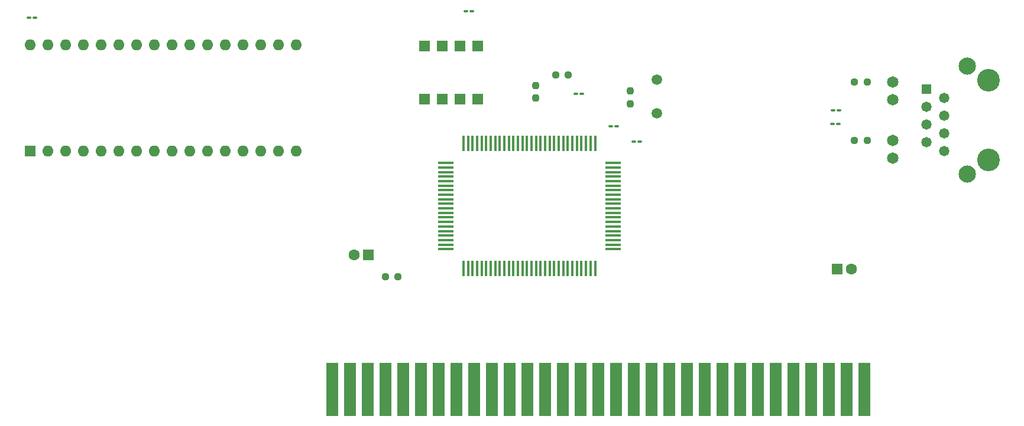
<source format=gbr>
%TF.GenerationSoftware,KiCad,Pcbnew,6.0.2+dfsg-1*%
%TF.CreationDate,2022-05-09T19:42:05-04:00*%
%TF.ProjectId,Cheapsk8_LAN,43686561-7073-46b3-985f-4c414e2e6b69,1*%
%TF.SameCoordinates,Original*%
%TF.FileFunction,Soldermask,Top*%
%TF.FilePolarity,Negative*%
%FSLAX46Y46*%
G04 Gerber Fmt 4.6, Leading zero omitted, Abs format (unit mm)*
G04 Created by KiCad (PCBNEW 6.0.2+dfsg-1) date 2022-05-09 19:42:05*
%MOMM*%
%LPD*%
G01*
G04 APERTURE LIST*
G04 Aperture macros list*
%AMRoundRect*
0 Rectangle with rounded corners*
0 $1 Rounding radius*
0 $2 $3 $4 $5 $6 $7 $8 $9 X,Y pos of 4 corners*
0 Add a 4 corners polygon primitive as box body*
4,1,4,$2,$3,$4,$5,$6,$7,$8,$9,$2,$3,0*
0 Add four circle primitives for the rounded corners*
1,1,$1+$1,$2,$3*
1,1,$1+$1,$4,$5*
1,1,$1+$1,$6,$7*
1,1,$1+$1,$8,$9*
0 Add four rect primitives between the rounded corners*
20,1,$1+$1,$2,$3,$4,$5,0*
20,1,$1+$1,$4,$5,$6,$7,0*
20,1,$1+$1,$6,$7,$8,$9,0*
20,1,$1+$1,$8,$9,$2,$3,0*%
G04 Aperture macros list end*
%ADD10R,0.350000X2.200000*%
%ADD11R,2.200000X0.350000*%
%ADD12RoundRect,0.237500X-0.250000X-0.237500X0.250000X-0.237500X0.250000X0.237500X-0.250000X0.237500X0*%
%ADD13RoundRect,0.237500X0.250000X0.237500X-0.250000X0.237500X-0.250000X-0.237500X0.250000X-0.237500X0*%
%ADD14RoundRect,0.100000X0.217500X0.100000X-0.217500X0.100000X-0.217500X-0.100000X0.217500X-0.100000X0*%
%ADD15C,1.500000*%
%ADD16R,1.600000X1.600000*%
%ADD17RoundRect,0.100000X-0.217500X-0.100000X0.217500X-0.100000X0.217500X0.100000X-0.217500X0.100000X0*%
%ADD18R,1.780000X7.620000*%
%ADD19C,1.600000*%
%ADD20RoundRect,0.237500X-0.237500X0.250000X-0.237500X-0.250000X0.237500X-0.250000X0.237500X0.250000X0*%
%ADD21RoundRect,0.237500X0.237500X-0.250000X0.237500X0.250000X-0.237500X0.250000X-0.237500X-0.250000X0*%
%ADD22O,1.600000X1.600000*%
%ADD23C,3.250000*%
%ADD24R,1.478000X1.478000*%
%ADD25C,1.478000*%
%ADD26C,1.650000*%
%ADD27C,2.475000*%
G04 APERTURE END LIST*
D10*
%TO.C,U1*%
X125322000Y-119836000D03*
X125972000Y-119836000D03*
X126622000Y-119836000D03*
X127272000Y-119836000D03*
X127922000Y-119836000D03*
X128572000Y-119836000D03*
X129222000Y-119836000D03*
X129872000Y-119836000D03*
X130522000Y-119836000D03*
X131172000Y-119836000D03*
X131822000Y-119836000D03*
X132472000Y-119836000D03*
X133122000Y-119836000D03*
X133772000Y-119836000D03*
X134422000Y-119836000D03*
X135072000Y-119836000D03*
X135722000Y-119836000D03*
X136372000Y-119836000D03*
X137022000Y-119836000D03*
X137672000Y-119836000D03*
X138322000Y-119836000D03*
X138972000Y-119836000D03*
X139622000Y-119836000D03*
X140272000Y-119836000D03*
X140922000Y-119836000D03*
X141572000Y-119836000D03*
X142222000Y-119836000D03*
X142872000Y-119836000D03*
X143522000Y-119836000D03*
X144172000Y-119836000D03*
D11*
X146712000Y-117046000D03*
X146712000Y-116396000D03*
X146712000Y-115746000D03*
X146712000Y-115096000D03*
X146712000Y-114446000D03*
X146712000Y-113796000D03*
X146712000Y-113146000D03*
X146712000Y-112496000D03*
X146712000Y-111846000D03*
X146712000Y-111196000D03*
X146712000Y-110546000D03*
X146712000Y-109896000D03*
X146712000Y-109246000D03*
X146712000Y-108596000D03*
X146712000Y-107946000D03*
X146712000Y-107296000D03*
X146712000Y-106646000D03*
X146712000Y-105996000D03*
X146712000Y-105346000D03*
X146712000Y-104696000D03*
D10*
X144172000Y-101906000D03*
X143522000Y-101906000D03*
X142872000Y-101906000D03*
X142222000Y-101906000D03*
X141572000Y-101906000D03*
X140922000Y-101906000D03*
X140272000Y-101906000D03*
X139622000Y-101906000D03*
X138972000Y-101906000D03*
X138322000Y-101906000D03*
X137672000Y-101906000D03*
X137022000Y-101906000D03*
X136372000Y-101906000D03*
X135722000Y-101906000D03*
X135072000Y-101906000D03*
X134422000Y-101906000D03*
X133772000Y-101906000D03*
X133122000Y-101906000D03*
X132472000Y-101906000D03*
X131822000Y-101906000D03*
X131172000Y-101906000D03*
X130522000Y-101906000D03*
X129872000Y-101906000D03*
X129222000Y-101906000D03*
X128572000Y-101906000D03*
X127922000Y-101906000D03*
X127272000Y-101906000D03*
X126622000Y-101906000D03*
X125972000Y-101906000D03*
X125322000Y-101906000D03*
D11*
X122782000Y-104696000D03*
X122782000Y-105346000D03*
X122782000Y-105996000D03*
X122782000Y-106646000D03*
X122782000Y-107296000D03*
X122782000Y-107946000D03*
X122782000Y-108596000D03*
X122782000Y-109246000D03*
X122782000Y-109896000D03*
X122782000Y-110546000D03*
X122782000Y-111196000D03*
X122782000Y-111846000D03*
X122782000Y-112496000D03*
X122782000Y-113146000D03*
X122782000Y-113796000D03*
X122782000Y-114446000D03*
X122782000Y-115096000D03*
X122782000Y-115746000D03*
X122782000Y-116396000D03*
X122782000Y-117046000D03*
%TD*%
D12*
%TO.C,R18*%
X138510000Y-92075000D03*
X140335000Y-92075000D03*
%TD*%
%TO.C,R14*%
X114149500Y-121031000D03*
X115974500Y-121031000D03*
%TD*%
D13*
%TO.C,R16*%
X183157500Y-93091000D03*
X181332500Y-93091000D03*
%TD*%
D14*
%TO.C,C4*%
X147219500Y-99441000D03*
X146404500Y-99441000D03*
%TD*%
D15*
%TO.C,Y1*%
X153005000Y-92747000D03*
X153005000Y-97573000D03*
%TD*%
D16*
%TO.C,U3*%
X119761000Y-95504000D03*
X122301000Y-95504000D03*
X124841000Y-95504000D03*
X127381000Y-95504000D03*
X127381000Y-87884000D03*
X124841000Y-87884000D03*
X122301000Y-87884000D03*
X119761000Y-87884000D03*
%TD*%
D17*
%TO.C,C2*%
X125703500Y-82931000D03*
X126518500Y-82931000D03*
%TD*%
D18*
%TO.C,J2*%
X182753000Y-137160000D03*
X180213000Y-137160000D03*
X177673000Y-137160000D03*
X175133000Y-137160000D03*
X172593000Y-137160000D03*
X170053000Y-137160000D03*
X167513000Y-137160000D03*
X164973000Y-137160000D03*
X162433000Y-137160000D03*
X159893000Y-137160000D03*
X157353000Y-137160000D03*
X154813000Y-137160000D03*
X152273000Y-137160000D03*
X149733000Y-137160000D03*
X147193000Y-137160000D03*
X144653000Y-137160000D03*
X142113000Y-137160000D03*
X139573000Y-137160000D03*
X137033000Y-137160000D03*
X134493000Y-137160000D03*
X131953000Y-137160000D03*
X129413000Y-137160000D03*
X126873000Y-137160000D03*
X124333000Y-137160000D03*
X121793000Y-137160000D03*
X119253000Y-137160000D03*
X116713000Y-137160000D03*
X114173000Y-137160000D03*
X111633000Y-137160000D03*
X109093000Y-137160000D03*
X106553000Y-137160000D03*
%TD*%
D17*
%TO.C,C1*%
X63092500Y-83820000D03*
X63907500Y-83820000D03*
%TD*%
D16*
%TO.C,C6*%
X178876888Y-119888000D03*
D19*
X180876888Y-119888000D03*
%TD*%
D14*
%TO.C,C9*%
X178969500Y-99060000D03*
X178154500Y-99060000D03*
%TD*%
D20*
%TO.C,R15*%
X135636000Y-93552000D03*
X135636000Y-95377000D03*
%TD*%
D13*
%TO.C,R17*%
X183157500Y-101473000D03*
X181332500Y-101473000D03*
%TD*%
D17*
%TO.C,C5*%
X149706500Y-101600000D03*
X150521500Y-101600000D03*
%TD*%
%TO.C,C3*%
X141451500Y-94742000D03*
X142266500Y-94742000D03*
%TD*%
D21*
%TO.C,R19*%
X149225000Y-96162500D03*
X149225000Y-94337500D03*
%TD*%
D14*
%TO.C,C8*%
X179096500Y-97155000D03*
X178281500Y-97155000D03*
%TD*%
D16*
%TO.C,C7*%
X111699113Y-117856000D03*
D19*
X109699113Y-117856000D03*
%TD*%
D16*
%TO.C,U2*%
X63246000Y-103002000D03*
D22*
X65786000Y-103002000D03*
X68326000Y-103002000D03*
X70866000Y-103002000D03*
X73406000Y-103002000D03*
X75946000Y-103002000D03*
X78486000Y-103002000D03*
X81026000Y-103002000D03*
X83566000Y-103002000D03*
X86106000Y-103002000D03*
X88646000Y-103002000D03*
X91186000Y-103002000D03*
X93726000Y-103002000D03*
X96266000Y-103002000D03*
X98806000Y-103002000D03*
X101346000Y-103002000D03*
X101346000Y-87762000D03*
X98806000Y-87762000D03*
X96266000Y-87762000D03*
X93726000Y-87762000D03*
X91186000Y-87762000D03*
X88646000Y-87762000D03*
X86106000Y-87762000D03*
X83566000Y-87762000D03*
X81026000Y-87762000D03*
X78486000Y-87762000D03*
X75946000Y-87762000D03*
X73406000Y-87762000D03*
X70866000Y-87762000D03*
X68326000Y-87762000D03*
X65786000Y-87762000D03*
X63246000Y-87762000D03*
%TD*%
D23*
%TO.C,J3*%
X200533000Y-104267000D03*
X200533000Y-92837000D03*
D24*
X191643000Y-94107000D03*
D25*
X194183000Y-95377000D03*
X191643000Y-96647000D03*
X194183000Y-97917000D03*
X191643000Y-99187000D03*
X194183000Y-100457000D03*
X191643000Y-101727000D03*
X194183000Y-102997000D03*
D26*
X186813000Y-104017000D03*
X186813000Y-101477000D03*
X186813000Y-95627000D03*
X186813000Y-93087000D03*
D27*
X197483000Y-106297000D03*
X197483000Y-90807000D03*
%TD*%
M02*

</source>
